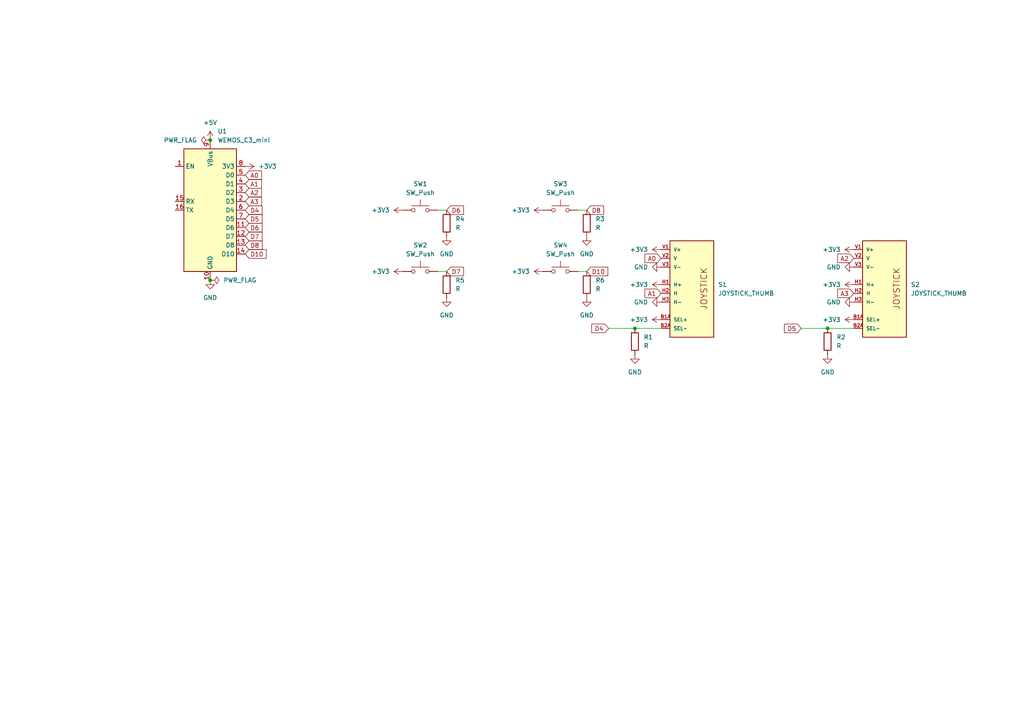
<source format=kicad_sch>
(kicad_sch (version 20250114) (generator "eeschema") (generator_version "9.0")
  (paper "A4")
  (lib_symbols
    (symbol "Device:R" (pin_numbers (hide yes)) (pin_names (offset 0))
      (property "Reference" "R" (at 2.032 0 90))
      (property "Value" "R" (at 0 0 90))
      (symbol "R_0_1"
        (rectangle (start -1.016 -2.54) (end 1.016 2.54) (stroke (width 0.254)))
      )
      (symbol "R_1_1"
        (pin passive line (at 0 3.81 270) (length 1.27) (name "~") (number "1"))
        (pin passive line (at 0 -3.81 90) (length 1.27) (name "~") (number "2"))
      )
    )
    (symbol "JOYSTICK_THUMB:JOYSTICK_THUMB" (pin_names (offset 1.016))
      (property "Reference" "S" (at -7.62 12.954 0))
      (property "Value" "JOYSTICK_THUMB" (at -7.62 -15.494 0))
      (symbol "JOYSTICK_THUMB_0_0"
        (rectangle (start -7.62 -15.24) (end 5.08 12.7) (stroke (width 0.254)) (fill (type background)))
        (text "JOYSTICK" (at 3.302 -7.366 900) (effects (font (size 1.778 1.778)) (justify left bottom)))
        (pin bidirectional line (at -10.16 10.16 0) (length 2.54) (name "V+") (number "V1"))
        (pin bidirectional line (at -10.16 7.62 0) (length 2.54) (name "V") (number "V2"))
        (pin bidirectional line (at -10.16 5.08 0) (length 2.54) (name "V-") (number "V3"))
        (pin bidirectional line (at -10.16 0 0) (length 2.54) (name "H+") (number "H1"))
        (pin bidirectional line (at -10.16 -2.54 0) (length 2.54) (name "H") (number "H2"))
        (pin bidirectional line (at -10.16 -5.08 0) (length 2.54) (name "H-") (number "H3"))
        (pin bidirectional line (at -10.16 -10.16 0) (length 2.54) (name "SEL+") (number "B1A"))
        (pin bidirectional line (at -10.16 -12.7 0) (length 2.54) (name "SEL-") (number "B2A"))
      )
    )
    (symbol "RF_Module:WEMOS_C3_mini"
      (property "Reference" "U" (at 3.81 19.05 0))
      (property "Value" "WEMOS_C3_mini" (at 1.27 -19.05 0))
      (symbol "WEMOS_C3_mini_1_1"
        (rectangle (start -7.62 17.78) (end 7.62 -17.78) (stroke (width 0.254)) (fill (type background)))
        (pin input line (at -10.16 12.7 0) (length 2.54) (name "EN") (number "1"))
        (pin input line (at -10.16 2.54 0) (length 2.54) (name "RX") (number "15"))
        (pin output line (at -10.16 0 0) (length 2.54) (name "TX") (number "16"))
        (pin power_in line (at 0 20.32 270) (length 2.54) (name "VBus") (number "9"))
        (pin power_in line (at 0 -20.32 90) (length 2.54) (name "GND") (number "10"))
        (pin power_out line (at 10.16 12.7 180) (length 2.54) (name "3V3") (number "8"))
        (pin bidirectional line (at 10.16 10.16 180) (length 2.54) (name "D0") (number "5"))
        (pin bidirectional line (at 10.16 7.62 180) (length 2.54) (name "D1") (number "4"))
        (pin bidirectional line (at 10.16 5.08 180) (length 2.54) (name "D2") (number "3"))
        (pin bidirectional line (at 10.16 2.54 180) (length 2.54) (name "D3") (number "2"))
        (pin bidirectional line (at 10.16 0 180) (length 2.54) (name "D4") (number "6"))
        (pin bidirectional line (at 10.16 -2.54 180) (length 2.54) (name "D5") (number "7"))
        (pin bidirectional line (at 10.16 -5.08 180) (length 2.54) (name "D6") (number "11"))
        (pin bidirectional line (at 10.16 -7.62 180) (length 2.54) (name "D7") (number "12"))
        (pin bidirectional line (at 10.16 -10.16 180) (length 2.54) (name "D8") (number "13"))
        (pin bidirectional line (at 10.16 -12.7 180) (length 2.54) (name "D10") (number "14"))
      )
    )
    (symbol "Switch:SW_Push" (pin_numbers (hide yes)) (pin_names (offset 1.016) (hide yes))
      (property "Reference" "SW" (at 1.27 2.54 0))
      (property "Value" "SW_Push" (at 0 -1.524 0))
      (symbol "SW_Push_0_1"
        (circle (center -2.032 0) (radius 0.508))
        (polyline (pts (xy 0 1.27) (xy 0 3.048)))
        (circle (center 2.032 0) (radius 0.508))
        (polyline (pts (xy 2.54 1.27) (xy -2.54 1.27)))
        (pin passive line (at -5.08 0 0) (length 2.54) (name "1") (number "1"))
        (pin passive line (at 5.08 0 180) (length 2.54) (name "2") (number "2"))
      )
    )
    (symbol "power:+3V3" (power) (pin_numbers (hide yes)) (pin_names (offset 0) (hide yes))
      (property "Value" "+3V3" (at 0 3.556 0))
      (symbol "+3V3_0_1"
        (polyline (pts (xy -0.762 1.27) (xy 0 2.54)))
        (polyline (pts (xy 0 2.54) (xy 0.762 1.27)))
        (polyline (pts (xy 0 0) (xy 0 2.54)))
      )
      (symbol "+3V3_1_1"
        (pin power_in line (at 0 0 90) (length 0) (name "~") (number "1"))
      )
    )
    (symbol "power:+5V" (power) (pin_numbers (hide yes)) (pin_names (offset 0) (hide yes))
      (property "Value" "+5V" (at 0 3.556 0))
      (symbol "+5V_0_1"
        (polyline (pts (xy -0.762 1.27) (xy 0 2.54)))
        (polyline (pts (xy 0 2.54) (xy 0.762 1.27)))
        (polyline (pts (xy 0 0) (xy 0 2.54)))
      )
      (symbol "+5V_1_1"
        (pin power_in line (at 0 0 90) (length 0) (name "~") (number "1"))
      )
    )
    (symbol "power:GND" (power) (pin_numbers (hide yes)) (pin_names (offset 0) (hide yes))
      (property "Value" "GND" (at 0 -3.81 0))
      (symbol "GND_0_1"
        (polyline (pts (xy 0 0) (xy 0 -1.27) (xy 1.27 -1.27) (xy 0 -2.54) (xy -1.27 -1.27) (xy 0 -1.27)))
      )
      (symbol "GND_1_1"
        (pin power_in line (at 0 0 270) (length 0) (name "~") (number "1"))
      )
    )
    (symbol "power:PWR_FLAG" (power) (pin_numbers (hide yes)) (pin_names (offset 0) (hide yes))
      (property "Value" "PWR_FLAG" (at 0 3.81 0))
      (symbol "PWR_FLAG_0_0"
        (pin power_out line (at 0 0 90) (length 0) (name "~") (number "1"))
      )
      (symbol "PWR_FLAG_0_1"
        (polyline (pts (xy 0 0) (xy 0 1.27) (xy -1.016 1.905) (xy 0 2.54) (xy 1.016 1.905) (xy 0 1.27)))
      )
    )
  )
  (junction (at 60.96 40.64))
  (junction (at 60.96 81.28))
  (junction (at 184.15 95.25))
  (junction (at 240.03 95.25))
  (wire (pts (xy 184.15 95.25) (xy 191.77 95.25)))
  (wire (pts (xy 127 78.74) (xy 129.54 78.74)))
  (wire (pts (xy 232.41 95.25) (xy 240.03 95.25)))
  (wire (pts (xy 176.53 95.25) (xy 184.15 95.25)))
  (wire (pts (xy 170.18 60.96) (xy 167.64 60.96)))
  (wire (pts (xy 129.54 60.96) (xy 127 60.96)))
  (wire (pts (xy 240.03 95.25) (xy 247.65 95.25)))
  (wire (pts (xy 170.18 78.74) (xy 167.64 78.74)))
  (global_label "D7" (shape input) (at 71.12 68.58 0) (property "Intersheetrefs" "${INTERSHEET_REFS}" (effects (hide yes))))
  (global_label "A2" (shape input) (at 247.65 74.93 180) (property "Intersheetrefs" "${INTERSHEET_REFS}" (effects (hide yes))))
  (global_label "D6" (shape input) (at 129.54 60.96 0) (property "Intersheetrefs" "${INTERSHEET_REFS}" (effects (hide yes))))
  (global_label "A2" (shape input) (at 71.12 55.88 0) (property "Intersheetrefs" "${INTERSHEET_REFS}" (effects (hide yes))))
  (global_label "D5" (shape input) (at 232.41 95.25 180) (property "Intersheetrefs" "${INTERSHEET_REFS}" (effects (hide yes))))
  (global_label "D4" (shape input) (at 176.53 95.25 180) (property "Intersheetrefs" "${INTERSHEET_REFS}" (effects (hide yes))))
  (global_label "D7" (shape input) (at 129.54 78.74 0) (property "Intersheetrefs" "${INTERSHEET_REFS}" (effects (hide yes))))
  (global_label "D6" (shape input) (at 71.12 66.04 0) (property "Intersheetrefs" "${INTERSHEET_REFS}" (effects (hide yes))))
  (global_label "D8" (shape input) (at 71.12 71.12 0) (property "Intersheetrefs" "${INTERSHEET_REFS}" (effects (hide yes))))
  (global_label "D10" (shape input) (at 71.12 73.66 0) (property "Intersheetrefs" "${INTERSHEET_REFS}" (effects (hide yes))))
  (global_label "A0" (shape input) (at 191.77 74.93 180) (property "Intersheetrefs" "${INTERSHEET_REFS}" (effects (hide yes))))
  (global_label "D8" (shape input) (at 170.18 60.96 0) (property "Intersheetrefs" "${INTERSHEET_REFS}" (effects (hide yes))))
  (global_label "A3" (shape input) (at 71.12 58.42 0) (property "Intersheetrefs" "${INTERSHEET_REFS}" (effects (hide yes))))
  (global_label "D10" (shape input) (at 170.18 78.74 0) (property "Intersheetrefs" "${INTERSHEET_REFS}" (effects (hide yes))))
  (global_label "A1" (shape input) (at 71.12 53.34 0) (property "Intersheetrefs" "${INTERSHEET_REFS}" (effects (hide yes))))
  (global_label "A3" (shape input) (at 247.65 85.09 180) (property "Intersheetrefs" "${INTERSHEET_REFS}" (effects (hide yes))))
  (global_label "A0" (shape input) (at 71.12 50.8 0) (property "Intersheetrefs" "${INTERSHEET_REFS}" (effects (hide yes))))
  (global_label "A1" (shape input) (at 191.77 85.09 180) (property "Intersheetrefs" "${INTERSHEET_REFS}" (effects (hide yes))))
  (global_label "D4" (shape input) (at 71.12 60.96 0) (property "Intersheetrefs" "${INTERSHEET_REFS}" (effects (hide yes))))
  (global_label "D5" (shape input) (at 71.12 63.5 0) (property "Intersheetrefs" "${INTERSHEET_REFS}" (effects (hide yes))))
  (symbol (lib_id "power:+3V3") (at 191.77 72.39 90) (unit 1)
    (property "Reference" "#PWR013" (effects (hide yes)))
    (property "Value" "+3V3" (at 187.96 72.3899 90) (effects (justify left)))
    (property "Description" "Power symbol creates a global label with name \"+3V3\"" (effects (hide yes)))
  )
  (symbol (lib_id "power:GND") (at 191.77 77.47 270) (unit 1)
    (property "Reference" "#PWR022" (effects (hide yes)))
    (property "Value" "GND" (at 187.96 77.4699 90) (effects (justify right)))
    (property "Description" "Power symbol creates a global label with name \"GND\" , ground" (effects (hide yes)))
  )
  (symbol (lib_id "power:+3V3") (at 191.77 82.55 90) (unit 1)
    (property "Reference" "#PWR014" (effects (hide yes)))
    (property "Value" "+3V3" (at 187.96 82.5499 90) (effects (justify left)))
    (property "Description" "Power symbol creates a global label with name \"+3V3\"" (effects (hide yes)))
  )
  (symbol (lib_id "Device:R") (at 170.18 82.55 180) (unit 1)
    (property "Reference" "R6" (at 172.72 81.2799 0) (effects (justify right)))
    (property "Value" "R" (at 172.72 83.8199 0) (effects (justify right)))
    (property "Footprint" "Resistor_THT:R_Axial_DIN0207_L6.3mm_D2.5mm_P10.16mm_Horizontal" (effects (hide yes)))
    (property "Description" "Resistor" (effects (hide yes)))
  )
  (symbol (lib_id "power:+3V3") (at 157.48 60.96 90) (unit 1)
    (property "Reference" "#PWR011" (effects (hide yes)))
    (property "Value" "+3V3" (at 153.67 60.9599 90) (effects (justify left)))
    (property "Description" "Power symbol creates a global label with name \"+3V3\"" (effects (hide yes)))
  )
  (symbol (lib_id "power:+3V3") (at 247.65 92.71 90) (unit 1)
    (property "Reference" "#PWR018" (effects (hide yes)))
    (property "Value" "+3V3" (at 243.84 92.7099 90) (effects (justify left)))
    (property "Description" "Power symbol creates a global label with name \"+3V3\"" (effects (hide yes)))
  )
  (symbol (lib_id "power:PWR_FLAG") (at 60.96 40.64 90) (unit 1)
    (property "Reference" "#FLG01" (effects (hide yes)))
    (property "Value" "PWR_FLAG" (at 57.15 40.6399 90) (effects (justify left)))
    (property "Description" "Special symbol for telling ERC where power comes from" (effects (hide yes)))
  )
  (symbol (lib_id "power:GND") (at 60.96 81.28 0) (unit 1)
    (property "Reference" "#PWR025" (effects (hide yes)))
    (property "Value" "GND" (at 60.96 86.36 0))
    (property "Description" "Power symbol creates a global label with name \"GND\" , ground" (effects (hide yes)))
  )
  (symbol (lib_id "power:GND") (at 184.15 102.87 0) (unit 1)
    (property "Reference" "#PWR020" (effects (hide yes)))
    (property "Value" "GND" (at 184.15 107.95 0))
    (property "Description" "Power symbol creates a global label with name \"GND\" , ground" (effects (hide yes)))
  )
  (symbol (lib_id "power:GND") (at 240.03 102.87 0) (unit 1)
    (property "Reference" "#PWR019" (effects (hide yes)))
    (property "Value" "GND" (at 240.03 107.95 0))
    (property "Description" "Power symbol creates a global label with name \"GND\" , ground" (effects (hide yes)))
  )
  (symbol (lib_id "power:+3V3") (at 116.84 60.96 90) (unit 1)
    (property "Reference" "#PWR08" (effects (hide yes)))
    (property "Value" "+3V3" (at 113.03 60.9599 90) (effects (justify left)))
    (property "Description" "Power symbol creates a global label with name \"+3V3\"" (effects (hide yes)))
  )
  (symbol (lib_id "Switch:SW_Push") (at 121.92 78.74 0) (unit 1)
    (property "Reference" "SW2" (at 121.92 71.12 0))
    (property "Value" "SW_Push" (at 121.92 73.66 0))
    (property "Footprint" "MX_Solderable:MX-Solderable-1U" (effects (hide yes)))
    (property "Description" "Push button switch, generic, two pins" (effects (hide yes)))
  )
  (symbol (lib_id "Switch:SW_Push") (at 162.56 60.96 0) (unit 1)
    (property "Reference" "SW3" (at 162.56 53.34 0))
    (property "Value" "SW_Push" (at 162.56 55.88 0))
    (property "Footprint" "MX_Solderable:MX-Solderable-1U" (effects (hide yes)))
    (property "Description" "Push button switch, generic, two pins" (effects (hide yes)))
  )
  (symbol (lib_id "Device:R") (at 240.03 99.06 180) (unit 1)
    (property "Reference" "R2" (at 242.57 97.7899 0) (effects (justify right)))
    (property "Value" "R" (at 242.57 100.3299 0) (effects (justify right)))
    (property "Footprint" "Resistor_THT:R_Axial_DIN0207_L6.3mm_D2.5mm_P10.16mm_Horizontal" (effects (hide yes)))
    (property "Description" "Resistor" (effects (hide yes)))
  )
  (symbol (lib_id "Device:R") (at 170.18 64.77 180) (unit 1)
    (property "Reference" "R3" (at 172.72 63.4999 0) (effects (justify right)))
    (property "Value" "R" (at 172.72 66.0399 0) (effects (justify right)))
    (property "Footprint" "Resistor_THT:R_Axial_DIN0207_L6.3mm_D2.5mm_P10.16mm_Horizontal" (effects (hide yes)))
    (property "Description" "Resistor" (effects (hide yes)))
  )
  (symbol (lib_id "power:PWR_FLAG") (at 60.96 81.28 270) (unit 1)
    (property "Reference" "#FLG02" (effects (hide yes)))
    (property "Value" "PWR_FLAG" (at 64.77 81.2799 90) (effects (justify left)))
    (property "Description" "Special symbol for telling ERC where power comes from" (effects (hide yes)))
  )
  (symbol (lib_id "Device:R") (at 129.54 64.77 180) (unit 1)
    (property "Reference" "R4" (at 132.08 63.4999 0) (effects (justify right)))
    (property "Value" "R" (at 132.08 66.0399 0) (effects (justify right)))
    (property "Footprint" "Resistor_THT:R_Axial_DIN0207_L6.3mm_D2.5mm_P10.16mm_Horizontal" (effects (hide yes)))
    (property "Description" "Resistor" (effects (hide yes)))
  )
  (symbol (lib_id "Device:R") (at 129.54 82.55 180) (unit 1)
    (property "Reference" "R5" (at 132.08 81.2799 0) (effects (justify right)))
    (property "Value" "R" (at 132.08 83.8199 0) (effects (justify right)))
    (property "Footprint" "Resistor_THT:R_Axial_DIN0207_L6.3mm_D2.5mm_P10.16mm_Horizontal" (effects (hide yes)))
    (property "Description" "Resistor" (effects (hide yes)))
  )
  (symbol (lib_id "JOYSTICK_THUMB:JOYSTICK_THUMB") (at 257.81 82.55 0) (unit 1)
    (property "Reference" "S2" (at 264.16 82.5499 0) (effects (justify left)))
    (property "Value" "JOYSTICK_THUMB" (at 264.16 85.0899 0) (effects (justify left)))
    (property "Footprint" "joystick:JOYSTICK" (effects (hide yes)))
    (property "PROD_ID" "COMP-09744" (effects (hide yes)))
    (property "SF_SKU" "COM-09032" (effects (hide yes)))
  )
  (symbol (lib_id "Switch:SW_Push") (at 121.92 60.96 0) (unit 1)
    (property "Reference" "SW1" (at 121.92 53.34 0))
    (property "Value" "SW_Push" (at 121.92 55.88 0))
    (property "Footprint" "MX_Solderable:MX-Solderable-1U" (effects (hide yes)))
    (property "Description" "Push button switch, generic, two pins" (effects (hide yes)))
  )
  (symbol (lib_id "power:+3V3") (at 247.65 82.55 90) (unit 1)
    (property "Reference" "#PWR017" (effects (hide yes)))
    (property "Value" "+3V3" (at 243.84 82.5499 90) (effects (justify left)))
    (property "Description" "Power symbol creates a global label with name \"+3V3\"" (effects (hide yes)))
  )
  (symbol (lib_id "power:+5V") (at 60.96 40.64 0) (unit 1)
    (property "Reference" "#PWR07" (effects (hide yes)))
    (property "Value" "+5V" (at 60.96 35.56 0))
    (property "Description" "Power symbol creates a global label with name \"+5V\"" (effects (hide yes)))
  )
  (symbol (lib_id "power:GND") (at 170.18 68.58 0) (unit 1)
    (property "Reference" "#PWR05" (effects (hide yes)))
    (property "Value" "GND" (at 170.18 73.66 0))
    (property "Description" "Power symbol creates a global label with name \"GND\" , ground" (effects (hide yes)))
  )
  (symbol (lib_id "power:GND") (at 191.77 87.63 270) (unit 1)
    (property "Reference" "#PWR021" (effects (hide yes)))
    (property "Value" "GND" (at 187.96 87.6299 90) (effects (justify right)))
    (property "Description" "Power symbol creates a global label with name \"GND\" , ground" (effects (hide yes)))
  )
  (symbol (lib_id "power:+3V3") (at 116.84 78.74 90) (unit 1)
    (property "Reference" "#PWR09" (effects (hide yes)))
    (property "Value" "+3V3" (at 113.03 78.7399 90) (effects (justify left)))
    (property "Description" "Power symbol creates a global label with name \"+3V3\"" (effects (hide yes)))
  )
  (symbol (lib_id "Device:R") (at 184.15 99.06 180) (unit 1)
    (property "Reference" "R1" (at 186.69 97.7899 0) (effects (justify right)))
    (property "Value" "R" (at 186.69 100.3299 0) (effects (justify right)))
    (property "Footprint" "Resistor_THT:R_Axial_DIN0207_L6.3mm_D2.5mm_P10.16mm_Horizontal" (effects (hide yes)))
    (property "Description" "Resistor" (effects (hide yes)))
  )
  (symbol (lib_id "power:+3V3") (at 157.48 78.74 90) (unit 1)
    (property "Reference" "#PWR010" (effects (hide yes)))
    (property "Value" "+3V3" (at 153.67 78.7399 90) (effects (justify left)))
    (property "Description" "Power symbol creates a global label with name \"+3V3\"" (effects (hide yes)))
  )
  (symbol (lib_id "JOYSTICK_THUMB:JOYSTICK_THUMB") (at 201.93 82.55 0) (unit 1)
    (property "Reference" "S1" (at 208.28 82.5499 0) (effects (justify left)))
    (property "Value" "JOYSTICK_THUMB" (at 208.28 85.0899 0) (effects (justify left)))
    (property "Footprint" "joystick:JOYSTICK" (effects (hide yes)))
    (property "PROD_ID" "COMP-09744" (effects (hide yes)))
    (property "SF_SKU" "COM-09032" (effects (hide yes)))
  )
  (symbol (lib_id "power:+3V3") (at 247.65 72.39 90) (unit 1)
    (property "Reference" "#PWR016" (effects (hide yes)))
    (property "Value" "+3V3" (at 243.84 72.3899 90) (effects (justify left)))
    (property "Description" "Power symbol creates a global label with name \"+3V3\"" (effects (hide yes)))
  )
  (symbol (lib_id "power:GND") (at 247.65 77.47 270) (unit 1)
    (property "Reference" "#PWR023" (effects (hide yes)))
    (property "Value" "GND" (at 243.84 77.4699 90) (effects (justify right)))
    (property "Description" "Power symbol creates a global label with name \"GND\" , ground" (effects (hide yes)))
  )
  (symbol (lib_id "power:GND") (at 247.65 87.63 270) (unit 1)
    (property "Reference" "#PWR024" (effects (hide yes)))
    (property "Value" "GND" (at 243.84 87.6299 90) (effects (justify right)))
    (property "Description" "Power symbol creates a global label with name \"GND\" , ground" (effects (hide yes)))
  )
  (symbol (lib_id "power:GND") (at 129.54 68.58 0) (unit 1)
    (property "Reference" "#PWR02" (effects (hide yes)))
    (property "Value" "GND" (at 129.54 73.66 0))
    (property "Description" "Power symbol creates a global label with name \"GND\" , ground" (effects (hide yes)))
  )
  (symbol (lib_id "power:GND") (at 170.18 86.36 0) (unit 1)
    (property "Reference" "#PWR04" (effects (hide yes)))
    (property "Value" "GND" (at 170.18 91.44 0))
    (property "Description" "Power symbol creates a global label with name \"GND\" , ground" (effects (hide yes)))
  )
  (symbol (lib_id "power:+3V3") (at 191.77 92.71 90) (unit 1)
    (property "Reference" "#PWR015" (effects (hide yes)))
    (property "Value" "+3V3" (at 187.96 92.7099 90) (effects (justify left)))
    (property "Description" "Power symbol creates a global label with name \"+3V3\"" (effects (hide yes)))
  )
  (symbol (lib_id "power:+3V3") (at 71.12 48.26 270) (unit 1)
    (property "Reference" "#PWR01" (effects (hide yes)))
    (property "Value" "+3V3" (at 74.93 48.2599 90) (effects (justify left)))
    (property "Description" "Power symbol creates a global label with name \"+3V3\"" (effects (hide yes)))
  )
  (symbol (lib_id "power:GND") (at 129.54 86.36 0) (unit 1)
    (property "Reference" "#PWR03" (effects (hide yes)))
    (property "Value" "GND" (at 129.54 91.44 0))
    (property "Description" "Power symbol creates a global label with name \"GND\" , ground" (effects (hide yes)))
  )
  (symbol (lib_id "Switch:SW_Push") (at 162.56 78.74 0) (unit 1)
    (property "Reference" "SW4" (at 162.56 71.12 0))
    (property "Value" "SW_Push" (at 162.56 73.66 0))
    (property "Footprint" "MX_Solderable:MX-Solderable-1U" (effects (hide yes)))
    (property "Description" "Push button switch, generic, two pins" (effects (hide yes)))
  )
  (symbol (lib_id "RF_Module:WEMOS_C3_mini") (at 60.96 60.96 0) (unit 1)
    (property "Reference" "U1" (at 63.1033 38.1 0) (effects (justify left)))
    (property "Value" "WEMOS_C3_mini" (at 63.1033 40.64 0) (effects (justify left)))
    (property "Footprint" "RF_Module:WEMOS_C3_mini" (effects (hide yes)))
    (property "Datasheet" "https://www.wemos.cc/en/latest/c3/c3_mini.html" (effects (hide yes)))
    (property "Description" "32-bit microcontroller module with WiFi" (effects (hide yes)))
  )
)
</source>
